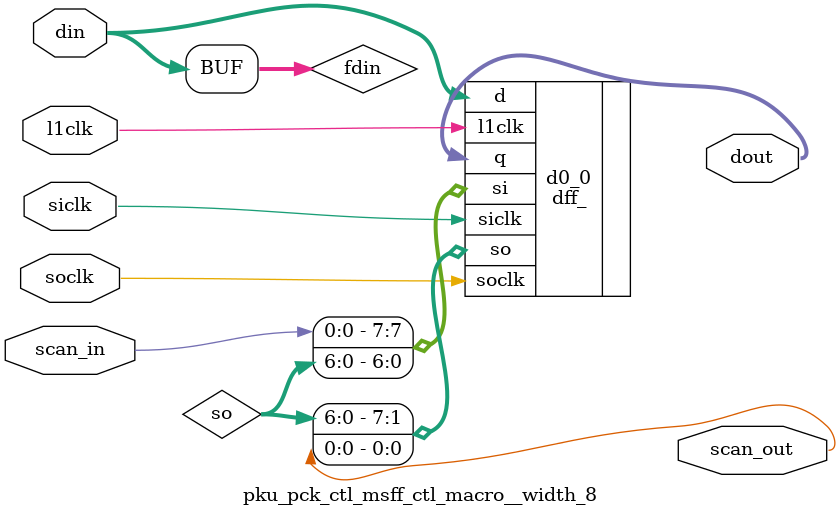
<source format=v>
module pku_pck_ctl (
  lsu_pku_pmen, 
  pku_pick_p, 
  swl_ready_p, 
  swl_spec_ready_p, 
  ifu_buf0_valid_p, 
  scan_in, 
  l2clk, 
  tcu_pce_ov, 
  spc_aclk, 
  spc_bclk, 
  tcu_scan_en, 
  pku_raw_pick_p, 
  scan_out);
wire pce_ov;
wire stop;
wire siclk;
wire soclk;
wire se;
wire pick_en;
wire [3:0] nsready;
wire [3:0] sready;
wire l1clk_pm1;
wire spares_scanin;
wire spares_scanout;
wire nspick_sel;
wire [3:0] nspick;
wire [7:0] lru;
wire [3:0] spick;
wire [3:0] ipick;
wire [7:0] nlru;
wire any_pick;
wire [7:0] real_nlru_in;
wire [7:0] lru_out;
wire lruf_scanin;
wire lruf_scanout;


input lsu_pku_pmen;		// power management enable for pku
input [3:0] pku_pick_p;	        // from datapath logic

input [3:0] swl_ready_p;        // thread is in ready state
input [3:0] swl_spec_ready_p;	// thread is in speculative ready state
input [3:0] ifu_buf0_valid_p;	// oldest instruction for thread i is valid
input scan_in;
input l2clk;
input tcu_pce_ov;		// scan signals
input spc_aclk;
input spc_bclk;
input tcu_scan_en;



output [3:0] pku_raw_pick_p;  // raw pick signals to mux the pc addresses in the ifu (no swl_cancel_pick or decode cancel)
output scan_out;

// scan renames
assign pce_ov = tcu_pce_ov;
assign stop = 1'b0;
assign siclk = spc_aclk;
assign soclk = spc_bclk;
assign se = tcu_scan_en;
// end scan


assign pick_en = (|nsready[3:0]) | (|sready[3:0]) | ~lsu_pku_pmen;

pku_pck_ctl_l1clkhdr_ctl_macro clkgen (
 .l2clk(l2clk),
 .l1en (pick_en ),
 .l1clk(l1clk_pm1),
  .pce_ov(pce_ov),
  .stop(stop),
  .se(se));

pku_pck_ctl_spare_ctl_macro__num_1 spares  (
	.scan_in(spares_scanin),
	.scan_out(spares_scanout),
	.l1clk	(l1clk_pm1),
  .siclk(siclk),
  .soclk(soclk)
);

assign nsready[3:0] = (swl_ready_p[3:0] & ifu_buf0_valid_p[3:0]);

assign nspick_sel = |nsready[3:0];

// 0in value -var nspick[3:0]  -val 4'b0000 4'b0001 4'b0010 4'b0100 4'b1000
// 0in value -var spick[3:0]  -val 4'b0000 4'b0001 4'b0010 4'b0100 4'b1000
// 0in value -var ipick[3:0]  -val 4'b0000 4'b0001 4'b0010 4'b0100 4'b1000

assign nspick[3] = (nsready[3]&!nsready[1]&!nsready[0]&lru[1]&!lru[0]) | (nsready[3]
    &!nsready[2]&!nsready[0]&!lru[1]&lru[0]) | (nsready[3]&!nsready[1]&!lru[2]
    &!lru[0]) | (nsready[3]&!nsready[2]&!lru[3]&!lru[1]) | (nsready[3]&!nsready[2]
    &!nsready[1]&!lru[1]&!lru[0]) | (nsready[3]&!nsready[0]&!lru[7]&!lru[6]
    &lru[5]&lru[4]) | (nsready[3]&lru[7]&lru[6]) | (nsready[3]&!nsready[2]
    &!nsready[1]&!nsready[0]);

assign nspick[2] = (!nsready[3]&nsready[2]&!nsready[1]&!lru[1]&!lru[0]) | (nsready[2]
    &!nsready[1]&!nsready[0]&lru[1]&lru[0]) | (nsready[2]&!nsready[0]&lru[2]
    &lru[0]) | (!nsready[3]&nsready[2]&!lru[3]&!lru[1]) | (!nsready[3]&nsready[2]
    &!nsready[0]&!lru[1]&lru[0]) | (nsready[2]&!nsready[1]&!lru[7]&lru[6]
    &lru[5]&!lru[4]) | (nsready[2]&lru[7]&!lru[6]) | (!nsready[3]&nsready[2]
    &!nsready[1]&!nsready[0]);

assign nspick[1] = (!nsready[3]&!nsready[2]&nsready[1]&!lru[1]&!lru[0]) | (!nsready[2]
    &nsready[1]&!nsready[0]&lru[1]&lru[0]) | (!nsready[3]&nsready[1]&!lru[2]
    &!lru[0]) | (nsready[1]&!nsready[0]&lru[3]&lru[1]) | (!nsready[3]&nsready[1]
    &!nsready[0]&lru[1]&!lru[0]) | (!nsready[2]&nsready[1]&lru[7]&!lru[6]
    &!lru[5]&lru[4]) | (nsready[1]&!lru[7]&lru[6]) | (!nsready[3]&!nsready[2]
    &nsready[1]&!nsready[0]);

assign nspick[0] = (!nsready[3]&!nsready[1]&nsready[0]&lru[1]&!lru[0]) | (!nsready[3]
    &!nsready[2]&nsready[0]&!lru[1]&lru[0]) | (!nsready[2]&nsready[0]&lru[2]
    &lru[0]) | (!nsready[1]&nsready[0]&lru[3]&lru[1]) | (!nsready[2]&!nsready[1]
    &nsready[0]&lru[1]&lru[0]) | (!nsready[3]&nsready[0]&lru[7]&lru[6]&!lru[5]
    &!lru[4]) | (nsready[0]&!lru[7]&!lru[6]) | (!nsready[3]&!nsready[2]
    &!nsready[1]&nsready[0]);

assign sready[3:0] = (swl_spec_ready_p[3:0] & ifu_buf0_valid_p[3:0]);

assign spick[3] = (sready[3]&!sready[1]&!sready[0]&lru[1]&!lru[0]) | (sready[3]
    &!sready[2]&!sready[0]&!lru[1]&lru[0]) | (sready[3]&!sready[1]&!lru[2]
    &!lru[0]) | (sready[3]&!sready[2]&!lru[3]&!lru[1]) | (sready[3]&!sready[2]
    &!sready[1]&!lru[1]&!lru[0]) | (sready[3]&!sready[0]&!lru[7]&!lru[6]
    &lru[5]&lru[4]) | (sready[3]&lru[7]&lru[6]) | (sready[3]&!sready[2]
    &!sready[1]&!sready[0]);

assign spick[2] = (!sready[3]&sready[2]&!sready[1]&!lru[1]&!lru[0]) | (sready[2]
    &!sready[1]&!sready[0]&lru[1]&lru[0]) | (sready[2]&!sready[0]&lru[2]
    &lru[0]) | (!sready[3]&sready[2]&!lru[3]&!lru[1]) | (!sready[3]&sready[2]
    &!sready[0]&!lru[1]&lru[0]) | (sready[2]&!sready[1]&!lru[7]&lru[6]
    &lru[5]&!lru[4]) | (sready[2]&lru[7]&!lru[6]) | (!sready[3]&sready[2]
    &!sready[1]&!sready[0]);

assign spick[1] = (!sready[3]&!sready[2]&sready[1]&!lru[1]&!lru[0]) | (!sready[2]
    &sready[1]&!sready[0]&lru[1]&lru[0]) | (!sready[3]&sready[1]&!lru[2]
    &!lru[0]) | (sready[1]&!sready[0]&lru[3]&lru[1]) | (!sready[3]&sready[1]
    &!sready[0]&lru[1]&!lru[0]) | (!sready[2]&sready[1]&lru[7]&!lru[6]
    &!lru[5]&lru[4]) | (sready[1]&!lru[7]&lru[6]) | (!sready[3]&!sready[2]
    &sready[1]&!sready[0]);

assign spick[0] = (!sready[3]&!sready[1]&sready[0]&lru[1]&!lru[0]) | (!sready[3]
    &!sready[2]&sready[0]&!lru[1]&lru[0]) | (!sready[2]&sready[0]&lru[2]
    &lru[0]) | (!sready[1]&sready[0]&lru[3]&lru[1]) | (!sready[2]&!sready[1]
    &sready[0]&lru[1]&lru[0]) | (!sready[3]&sready[0]&lru[7]&lru[6]&!lru[5]
    &!lru[4]) | (sready[0]&!lru[7]&!lru[6]) | (!sready[3]&!sready[2]
    &!sready[1]&sready[0]);

assign ipick[3:0] = ({4{nspick_sel}} & nspick[3:0]) |
		   ({4{~nspick_sel}} & spick[3:0]);

assign pku_raw_pick_p[3:0] = ipick[3:0];

// lru is msb pair of the lru vector
assign nlru[7] = (ipick[0]&!lru[6]&lru[5]) | (ipick[1]&lru[6]&lru[5]) | (!lru[3]
    &!lru[1]) | (!ipick[2]&lru[7]&!lru[6]) | (!ipick[3]&lru[7]&lru[6]);

assign nlru[6] = (ipick[0]&!lru[7]&lru[4]) | (ipick[2]&lru[7]&lru[4]) | (!lru[2]
    &!lru[0]) | (!ipick[1]&!lru[7]&lru[6]) | (!ipick[3]&lru[7]&lru[6]);

assign nlru[5] = (!ipick[3]&!ipick[0]&lru[5]&lru[4]&lru[2]&lru[1]) | (ipick[0]
    &!lru[1]&lru[0]) | (ipick[1]&lru[3]&lru[1]) | (ipick[3]&lru[3]&!lru[2]
    &!lru[1]) | (ipick[0]&!lru[7]&lru[3]) | (ipick[2]&lru[3]&lru[2]&!lru[1]) | (
    ipick[1]&lru[3]&!lru[0]) | (!ipick[2]&!ipick[0]&!lru[7]&lru[5]&!lru[4]
    &lru[2]) | (!ipick[3]&!ipick[1]&!lru[7]&lru[5]&lru[4]&!lru[2]) | (
    !ipick[2]&!ipick[1]&!lru[7]&lru[5]&!lru[2]&lru[0]) | (!ipick[3]&!ipick[2]
    &lru[5]&!lru[1]);

assign nlru[4] = (ipick[0]&lru[1]&!lru[0]) | (ipick[2]&lru[2]&lru[0]) | (!ipick[3]
    &!ipick[2]&lru[4]&!lru[3]&!lru[1]) | (ipick[3]&!lru[3]&lru[2]&!lru[0]) | (
    ipick[0]&!lru[6]&lru[2]) | (ipick[1]&lru[3]&lru[2]&!lru[0]) | (ipick[2]
    &lru[2]&!lru[1]) | (!ipick[3]&!ipick[0]&!lru[7]&!lru[6]&lru[5]&lru[4]) | (
    !ipick[1]&!ipick[0]&!lru[6]&!lru[5]&lru[4]&lru[3]) | (!ipick[2]&!ipick[1]
    &!lru[6]&lru[4]&!lru[3]&lru[1]) | (!ipick[3]&!ipick[1]&lru[4]&!lru[0]);

assign nlru[3] = (ipick[3]&lru[1]&!lru[0]) | (ipick[2]&lru[1]&lru[0]) | (!ipick[3]
    &!ipick[2]&!ipick[1]&lru[3]&!lru[0]) | (!ipick[3]&!ipick[2]&!ipick[0]
    &lru[3]&lru[0]) | (ipick[1]&lru[1]) | (ipick[0]&lru[1]) | (lru[3]
    &lru[1]);

assign nlru[2] = (ipick[3]&!lru[1]&lru[0]) | (ipick[1]&lru[1]&lru[0]) | (lru[2]
    &lru[0]) | (!ipick[3]&!ipick[2]&!ipick[1]&lru[2]&!lru[1]) | (!ipick[3]
    &!ipick[1]&!ipick[0]&lru[2]&lru[1]) | (ipick[2]&lru[0]) | (ipick[0]
    &lru[0]);

assign nlru[1] = (!ipick[1]&!ipick[0]&lru[1]) | (ipick[3]) | (ipick[2]);

assign nlru[0] = (!ipick[2]&!ipick[0]&lru[0]) | (ipick[3]) | (ipick[1]);

// only update the lru with the actual pick signals
assign any_pick = |pku_pick_p[3:0];

assign real_nlru_in[7:0] = ({8{any_pick}} & {nlru[7],nlru[6],nlru[5],~nlru[4],~nlru[3],nlru[2],~nlru[1],~nlru[0]}) |
			   ({8{!any_pick}} & lru_out[7:0]);

pku_pck_ctl_msff_ctl_macro__width_8 lruf  (
 .scan_in(lruf_scanin),
 .scan_out(lruf_scanout),
 .l1clk(l1clk_pm1),
 .din  (real_nlru_in[7:0]),
 .dout (lru_out[7:0]),
  .siclk(siclk),
  .soclk(soclk)
);
assign lru[7:0] = {lru_out[7],lru_out[6],lru_out[5],~lru_out[4],~lru_out[3],lru_out[2],~lru_out[1],~lru_out[0]};


supply0 vss;
supply1 vdd;
// fixscan start:
assign spares_scanin             = scan_in                  ;
assign lruf_scanin               = spares_scanout           ;
assign scan_out                  = lruf_scanout             ;
// fixscan end:
endmodule






// any PARAMS parms go into naming of macro

module pku_pck_ctl_l1clkhdr_ctl_macro (
  l2clk, 
  l1en, 
  pce_ov, 
  stop, 
  se, 
  l1clk);


  input l2clk;
  input l1en;
  input pce_ov;
  input stop;
  input se;
  output l1clk;



 

cl_sc1_l1hdr_8x c_0 (


   .l2clk(l2clk),
   .pce(l1en),
   .l1clk(l1clk),
  .se(se),
  .pce_ov(pce_ov),
  .stop(stop)
);



endmodule









//  Description:        Spare gate macro for control blocks
//
//  Param num controls the number of times the macro is added
//  flops=0 can be used to use only combination spare logic


module pku_pck_ctl_spare_ctl_macro__num_1 (
  l1clk, 
  scan_in, 
  siclk, 
  soclk, 
  scan_out);
wire si_0;
wire so_0;
wire spare0_flop_unused;
wire spare0_buf_32x_unused;
wire spare0_nand3_8x_unused;
wire spare0_inv_8x_unused;
wire spare0_aoi22_4x_unused;
wire spare0_buf_8x_unused;
wire spare0_oai22_4x_unused;
wire spare0_inv_16x_unused;
wire spare0_nand2_16x_unused;
wire spare0_nor3_4x_unused;
wire spare0_nand2_8x_unused;
wire spare0_buf_16x_unused;
wire spare0_nor2_16x_unused;
wire spare0_inv_32x_unused;


input		l1clk;
input		scan_in;
input		siclk;
input		soclk;
output		scan_out;

cl_sc1_msff_8x spare0_flop (.l1clk(l1clk),
                               .siclk(siclk),
                               .soclk(soclk),
                               .si(si_0),
                               .so(so_0),
                               .d(1'b0),
                               .q(spare0_flop_unused));
assign si_0 = scan_in;

cl_u1_buf_32x   spare0_buf_32x (.in(1'b1),
                                   .out(spare0_buf_32x_unused));
cl_u1_nand3_8x spare0_nand3_8x (.in0(1'b1),
                                   .in1(1'b1),
                                   .in2(1'b1),
                                   .out(spare0_nand3_8x_unused));
cl_u1_inv_8x    spare0_inv_8x (.in(1'b1),
                                  .out(spare0_inv_8x_unused));
cl_u1_aoi22_4x spare0_aoi22_4x (.in00(1'b1),
                                   .in01(1'b1),
                                   .in10(1'b1),
                                   .in11(1'b1),
                                   .out(spare0_aoi22_4x_unused));
cl_u1_buf_8x    spare0_buf_8x (.in(1'b1),
                                  .out(spare0_buf_8x_unused));
cl_u1_oai22_4x spare0_oai22_4x (.in00(1'b1),
                                   .in01(1'b1),
                                   .in10(1'b1),
                                   .in11(1'b1),
                                   .out(spare0_oai22_4x_unused));
cl_u1_inv_16x   spare0_inv_16x (.in(1'b1),
                                   .out(spare0_inv_16x_unused));
cl_u1_nand2_16x spare0_nand2_16x (.in0(1'b1),
                                     .in1(1'b1),
                                     .out(spare0_nand2_16x_unused));
cl_u1_nor3_4x spare0_nor3_4x (.in0(1'b0),
                                 .in1(1'b0),
                                 .in2(1'b0),
                                 .out(spare0_nor3_4x_unused));
cl_u1_nand2_8x spare0_nand2_8x (.in0(1'b1),
                                   .in1(1'b1),
                                   .out(spare0_nand2_8x_unused));
cl_u1_buf_16x   spare0_buf_16x (.in(1'b1),
                                   .out(spare0_buf_16x_unused));
cl_u1_nor2_16x spare0_nor2_16x (.in0(1'b0),
                                   .in1(1'b0),
                                   .out(spare0_nor2_16x_unused));
cl_u1_inv_32x   spare0_inv_32x (.in(1'b1),
                                   .out(spare0_inv_32x_unused));
assign scan_out = so_0;



endmodule






// any PARAMS parms go into naming of macro

module pku_pck_ctl_msff_ctl_macro__width_8 (
  din, 
  l1clk, 
  scan_in, 
  siclk, 
  soclk, 
  dout, 
  scan_out);
wire [7:0] fdin;
wire [6:0] so;

  input [7:0] din;
  input l1clk;
  input scan_in;


  input siclk;
  input soclk;

  output [7:0] dout;
  output scan_out;
assign fdin[7:0] = din[7:0];






dff_ #(8)  d0_0 (
.l1clk(l1clk),
.siclk(siclk),
.soclk(soclk),
.d(fdin[7:0]),
.si({scan_in,so[6:0]}),
.so({so[6:0],scan_out}),
.q(dout[7:0])
);












endmodule









</source>
